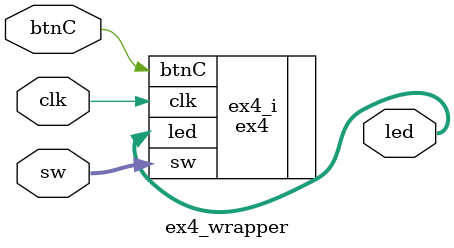
<source format=v>
`timescale 1 ps / 1 ps

module ex4_wrapper
   (btnC,
    clk,
    led,
    sw);
  input btnC;
  input clk;
  output [15:0]led;
  input [2:0]sw;

  wire btnC;
  wire clk;
  wire [15:0]led;
  wire [2:0]sw;

  ex4 ex4_i
       (.btnC(btnC),
        .clk(clk),
        .led(led),
        .sw(sw));
endmodule

</source>
